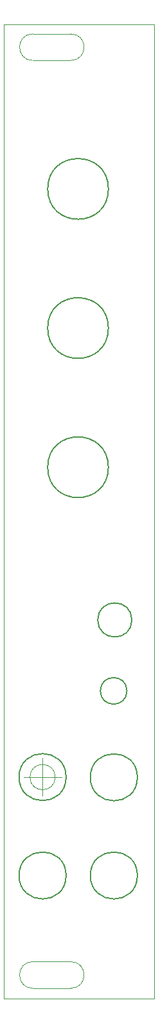
<source format=gbr>
%TF.GenerationSoftware,KiCad,Pcbnew,7.0.6*%
%TF.CreationDate,2024-10-30T00:01:58+09:00*%
%TF.ProjectId,frontpanel,66726f6e-7470-4616-9e65-6c2e6b696361,rev?*%
%TF.SameCoordinates,Original*%
%TF.FileFunction,Profile,NP*%
%FSLAX46Y46*%
G04 Gerber Fmt 4.6, Leading zero omitted, Abs format (unit mm)*
G04 Created by KiCad (PCBNEW 7.0.6) date 2024-10-30 00:01:58*
%MOMM*%
%LPD*%
G01*
G04 APERTURE LIST*
%TA.AperFunction,Profile*%
%ADD10C,0.050000*%
%TD*%
%TA.AperFunction,Profile*%
%ADD11C,0.200000*%
%TD*%
%TA.AperFunction,Profile*%
%ADD12C,0.100000*%
%TD*%
G04 APERTURE END LIST*
D10*
X55844000Y-156615600D02*
X55844000Y-28115600D01*
X59654000Y-155265600D02*
X64654000Y-155265600D01*
D11*
X69604800Y-68174200D02*
G75*
G03*
X69604800Y-68174200I-4000000J0D01*
G01*
X69611600Y-49816800D02*
G75*
G03*
X69611600Y-49816800I-4000000J0D01*
G01*
X69604800Y-86538400D02*
G75*
G03*
X69604800Y-86538400I-4000000J0D01*
G01*
D10*
X59654000Y-29365600D02*
G75*
G03*
X59654000Y-32865600I0J-1750000D01*
G01*
D11*
X73434200Y-127439200D02*
G75*
G03*
X73434200Y-127439200I-3100000J0D01*
G01*
D10*
X59654000Y-151765600D02*
X64654000Y-151765600D01*
X64654000Y-155265600D02*
G75*
G03*
X64654000Y-151765600I0J1750000D01*
G01*
D11*
X72706200Y-106680800D02*
G75*
G03*
X72706200Y-106680800I-2250000J0D01*
G01*
D10*
X64654000Y-32865600D02*
G75*
G03*
X64654000Y-29365600I0J1750000D01*
G01*
X55844000Y-156615600D02*
X75644000Y-156615600D01*
D11*
X72053800Y-116037200D02*
G75*
G03*
X72053800Y-116037200I-1750000J0D01*
G01*
D10*
X59654000Y-151765600D02*
G75*
G03*
X59654000Y-155265600I0J-1750000D01*
G01*
D11*
X64036200Y-140393200D02*
G75*
G03*
X64036200Y-140393200I-3100000J0D01*
G01*
D10*
X75644000Y-28115600D02*
X75644000Y-156615600D01*
X59654000Y-29365600D02*
X64654000Y-29365600D01*
X55844000Y-28115600D02*
X75644000Y-28115600D01*
D11*
X73434200Y-140393200D02*
G75*
G03*
X73434200Y-140393200I-3100000J0D01*
G01*
D10*
X59654000Y-32865600D02*
X64654000Y-32865600D01*
D11*
X64036200Y-127413800D02*
G75*
G03*
X64036200Y-127413800I-3100000J0D01*
G01*
D12*
X62602866Y-127413800D02*
G75*
G03*
X62602866Y-127413800I-1666666J0D01*
G01*
X58436200Y-127413800D02*
X63436200Y-127413800D01*
X60936200Y-124913800D02*
X60936200Y-129913800D01*
M02*

</source>
